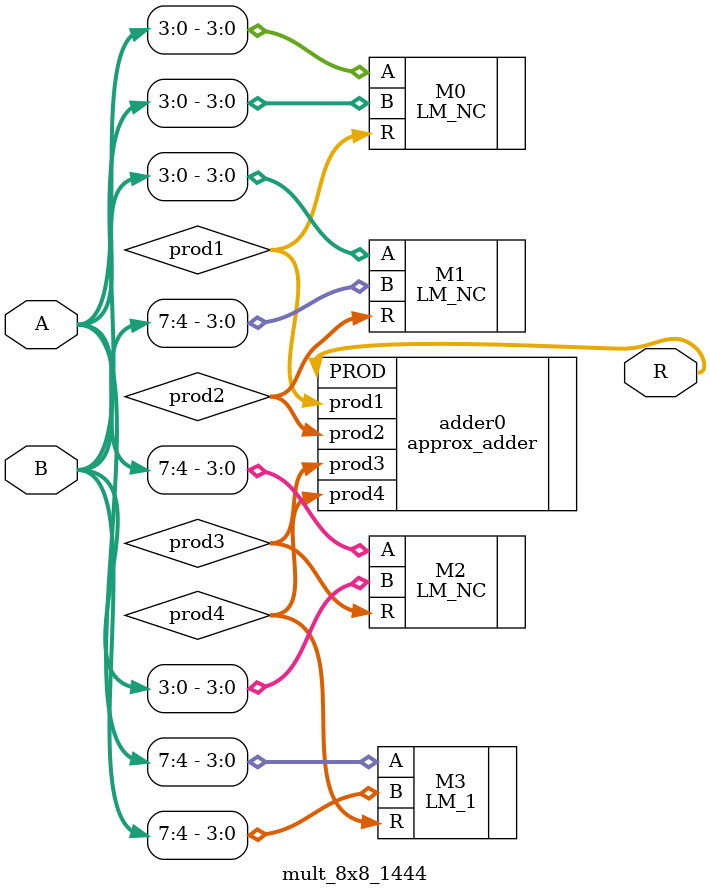
<source format=v>
module mult_8x8_1444(
input [7:0] A,
input [7:0] B,
output [15:0]R
);
wire [7:0]prod1;
wire [7:0]prod2;
wire [7:0]prod3;
wire [7:0]prod4;

LM_NC M0(.A(A[3:0]),.B(B[3:0]),.R(prod1));
LM_NC M1(.A(A[3:0]),.B(B[7:4]),.R(prod2));
LM_NC M2(.A(A[7:4]),.B(B[3:0]),.R(prod3));
LM_1 M3(.A(A[7:4]),.B(B[7:4]),.R(prod4));
approx_adder adder0(.prod1(prod1),.prod2(prod2),.prod3(prod3),.prod4(prod4),.PROD(R));
endmodule

</source>
